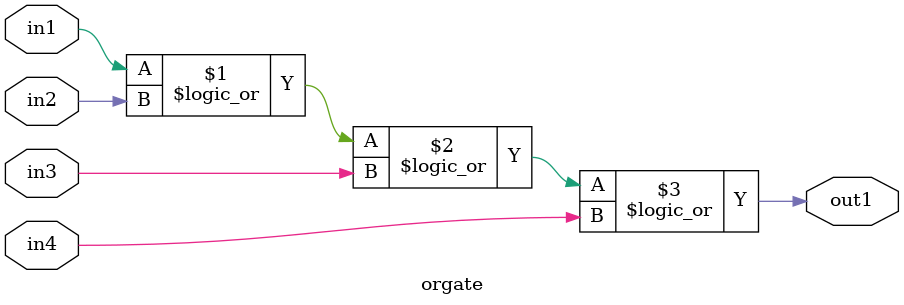
<source format=v>
`timescale 1ns / 1ps


module orgate(input in1,in2,in3,in4,output out1

    );
    assign out1=in1 ||in2||in3||in4;
endmodule

</source>
